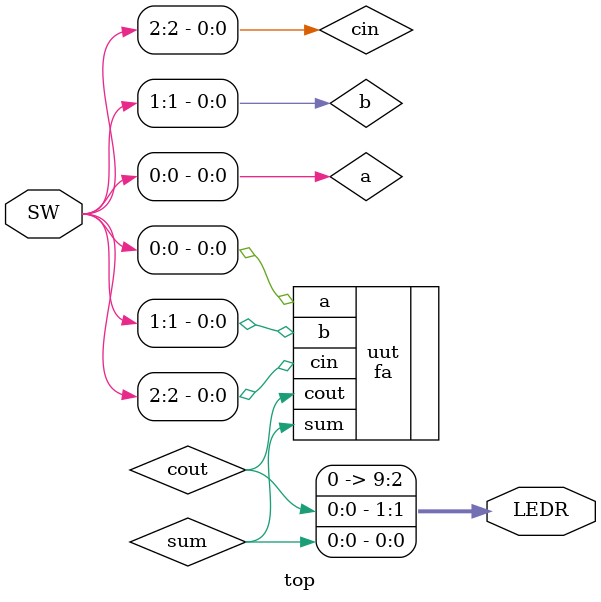
<source format=v>
module top (
    input  [9:0] SW,     // Switches on DE10-Lite
    output [9:0] LEDR    // LEDs on DE10-Lite
);

wire sum, cout;
wire a, b, cin;

assign a   = SW[0];  // Input 'a' from SW[0]
assign b   = SW[1];  // Input 'b' from SW[1]
assign cin = SW[2];  // Carry-in from SW[2]

// Instantiate the Full Adder
fa uut (
    .a(a),
    .b(b),
    .cin(cin),
    .sum(sum),
    .cout(cout)
);

// Display sum and carry on LEDs
assign LEDR[0] = sum;     // LEDR[0] = sum output
assign LEDR[1] = cout;   // LEDR[1] = carry output
assign LEDR[9:2] = 8'b0;  // Remaining LEDs OFF

endmodule
</source>
